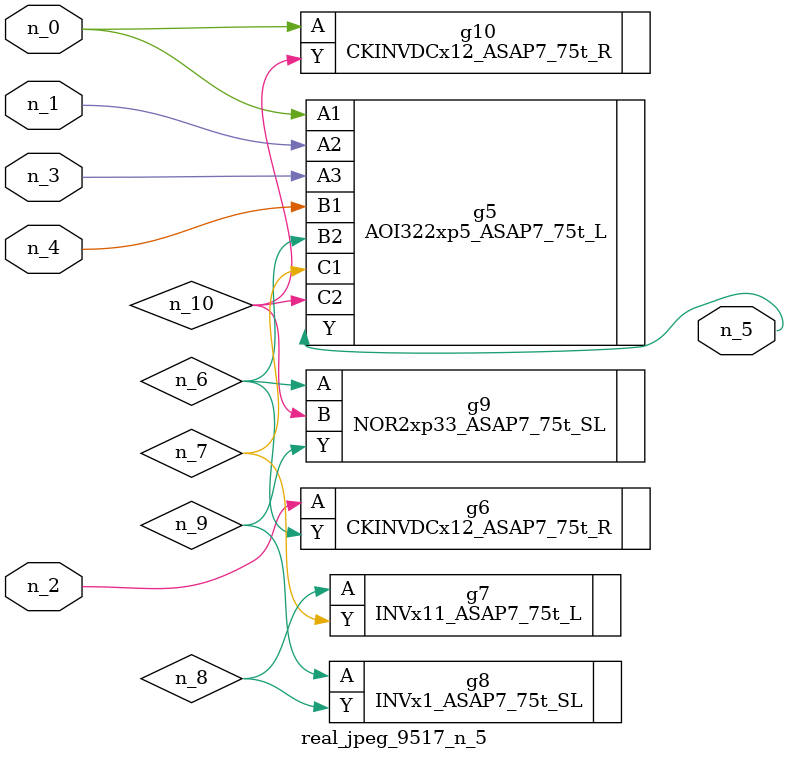
<source format=v>
module real_jpeg_9517_n_5 (n_4, n_0, n_1, n_2, n_3, n_5);

input n_4;
input n_0;
input n_1;
input n_2;
input n_3;

output n_5;

wire n_8;
wire n_6;
wire n_7;
wire n_10;
wire n_9;

AOI322xp5_ASAP7_75t_L g5 ( 
.A1(n_0),
.A2(n_1),
.A3(n_3),
.B1(n_4),
.B2(n_6),
.C1(n_7),
.C2(n_10),
.Y(n_5)
);

CKINVDCx12_ASAP7_75t_R g10 ( 
.A(n_0),
.Y(n_10)
);

CKINVDCx12_ASAP7_75t_R g6 ( 
.A(n_2),
.Y(n_6)
);

NOR2xp33_ASAP7_75t_SL g9 ( 
.A(n_6),
.B(n_10),
.Y(n_9)
);

INVx11_ASAP7_75t_L g7 ( 
.A(n_8),
.Y(n_7)
);

INVx1_ASAP7_75t_SL g8 ( 
.A(n_9),
.Y(n_8)
);


endmodule
</source>
